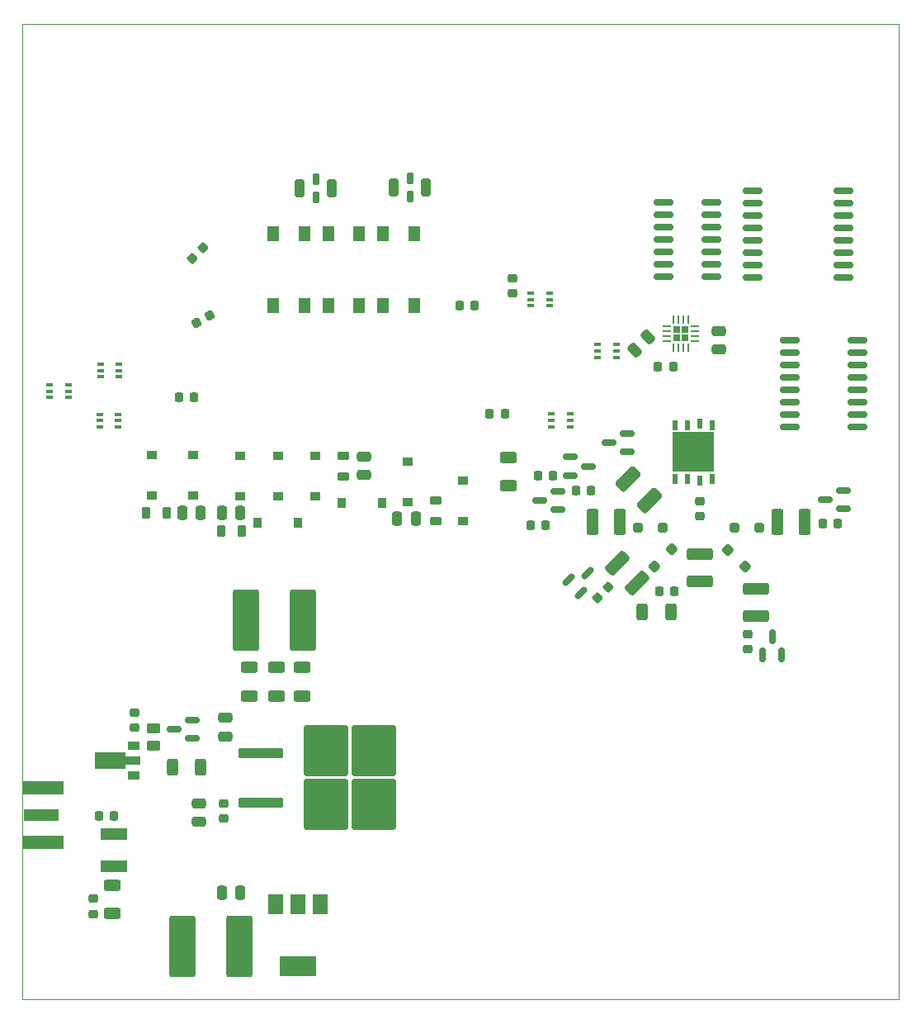
<source format=gbr>
%TF.GenerationSoftware,KiCad,Pcbnew,(7.0.0-0)*%
%TF.CreationDate,2023-05-05T15:08:26+02:00*%
%TF.ProjectId,Filter-forest-v3,46696c74-6572-42d6-966f-726573742d76,rev?*%
%TF.SameCoordinates,Original*%
%TF.FileFunction,Paste,Top*%
%TF.FilePolarity,Positive*%
%FSLAX46Y46*%
G04 Gerber Fmt 4.6, Leading zero omitted, Abs format (unit mm)*
G04 Created by KiCad (PCBNEW (7.0.0-0)) date 2023-05-05 15:08:26*
%MOMM*%
%LPD*%
G01*
G04 APERTURE LIST*
G04 Aperture macros list*
%AMRoundRect*
0 Rectangle with rounded corners*
0 $1 Rounding radius*
0 $2 $3 $4 $5 $6 $7 $8 $9 X,Y pos of 4 corners*
0 Add a 4 corners polygon primitive as box body*
4,1,4,$2,$3,$4,$5,$6,$7,$8,$9,$2,$3,0*
0 Add four circle primitives for the rounded corners*
1,1,$1+$1,$2,$3*
1,1,$1+$1,$4,$5*
1,1,$1+$1,$6,$7*
1,1,$1+$1,$8,$9*
0 Add four rect primitives between the rounded corners*
20,1,$1+$1,$2,$3,$4,$5,0*
20,1,$1+$1,$4,$5,$6,$7,0*
20,1,$1+$1,$6,$7,$8,$9,0*
20,1,$1+$1,$8,$9,$2,$3,0*%
%AMFreePoly0*
4,1,9,3.862500,-0.866500,0.737500,-0.866500,0.737500,-0.450000,-0.737500,-0.450000,-0.737500,0.450000,0.737500,0.450000,0.737500,0.866500,3.862500,0.866500,3.862500,-0.866500,3.862500,-0.866500,$1*%
G04 Aperture macros list end*
%ADD10RoundRect,0.062500X-0.062500X-0.337500X0.062500X-0.337500X0.062500X0.337500X-0.062500X0.337500X0*%
%ADD11RoundRect,0.062500X-0.337500X-0.062500X0.337500X-0.062500X0.337500X0.062500X-0.337500X0.062500X0*%
%ADD12RoundRect,0.185000X-0.185000X-0.185000X0.185000X-0.185000X0.185000X0.185000X-0.185000X0.185000X0*%
%ADD13RoundRect,0.250000X-0.475000X0.250000X-0.475000X-0.250000X0.475000X-0.250000X0.475000X0.250000X0*%
%ADD14RoundRect,0.250000X0.159099X-0.512652X0.512652X-0.159099X-0.159099X0.512652X-0.512652X0.159099X0*%
%ADD15RoundRect,0.225000X-0.225000X-0.250000X0.225000X-0.250000X0.225000X0.250000X-0.225000X0.250000X0*%
%ADD16R,2.700000X1.150000*%
%ADD17RoundRect,0.250000X-0.375000X-1.075000X0.375000X-1.075000X0.375000X1.075000X-0.375000X1.075000X0*%
%ADD18RoundRect,0.250000X-1.025305X-0.494975X-0.494975X-1.025305X1.025305X0.494975X0.494975X1.025305X0*%
%ADD19RoundRect,0.250000X-1.075000X0.375000X-1.075000X-0.375000X1.075000X-0.375000X1.075000X0.375000X0*%
%ADD20RoundRect,0.250000X0.375000X1.075000X-0.375000X1.075000X-0.375000X-1.075000X0.375000X-1.075000X0*%
%ADD21RoundRect,0.250000X1.075000X-0.375000X1.075000X0.375000X-1.075000X0.375000X-1.075000X-0.375000X0*%
%ADD22RoundRect,0.250000X0.250000X0.475000X-0.250000X0.475000X-0.250000X-0.475000X0.250000X-0.475000X0*%
%ADD23RoundRect,0.250000X-0.250000X-0.475000X0.250000X-0.475000X0.250000X0.475000X-0.250000X0.475000X0*%
%ADD24R,0.650000X0.400000*%
%ADD25RoundRect,0.250000X0.625000X-0.312500X0.625000X0.312500X-0.625000X0.312500X-0.625000X-0.312500X0*%
%ADD26RoundRect,0.150000X-0.825000X-0.150000X0.825000X-0.150000X0.825000X0.150000X-0.825000X0.150000X0*%
%ADD27RoundRect,0.249600X-0.270400X-0.650400X0.270400X-0.650400X0.270400X0.650400X-0.270400X0.650400X0*%
%ADD28RoundRect,0.152500X-0.152500X-0.470000X0.152500X-0.470000X0.152500X0.470000X-0.152500X0.470000X0*%
%ADD29RoundRect,0.250000X-0.625000X0.312500X-0.625000X-0.312500X0.625000X-0.312500X0.625000X0.312500X0*%
%ADD30RoundRect,0.150000X0.587500X0.150000X-0.587500X0.150000X-0.587500X-0.150000X0.587500X-0.150000X0*%
%ADD31RoundRect,0.150000X-0.309359X-0.521491X0.521491X0.309359X0.309359X0.521491X-0.521491X-0.309359X0*%
%ADD32RoundRect,0.225000X0.225000X0.250000X-0.225000X0.250000X-0.225000X-0.250000X0.225000X-0.250000X0*%
%ADD33RoundRect,0.225000X0.250000X-0.225000X0.250000X0.225000X-0.250000X0.225000X-0.250000X-0.225000X0*%
%ADD34RoundRect,0.218750X0.218750X0.381250X-0.218750X0.381250X-0.218750X-0.381250X0.218750X-0.381250X0*%
%ADD35RoundRect,0.250000X0.450000X-0.262500X0.450000X0.262500X-0.450000X0.262500X-0.450000X-0.262500X0*%
%ADD36R,1.000000X0.850000*%
%ADD37R,0.850000X1.000000*%
%ADD38RoundRect,0.250000X0.250000X0.250000X-0.250000X0.250000X-0.250000X-0.250000X0.250000X-0.250000X0*%
%ADD39RoundRect,0.225000X-0.250000X0.225000X-0.250000X-0.225000X0.250000X-0.225000X0.250000X0.225000X0*%
%ADD40RoundRect,0.250000X0.475000X-0.250000X0.475000X0.250000X-0.475000X0.250000X-0.475000X-0.250000X0*%
%ADD41RoundRect,0.250000X-2.050000X-0.300000X2.050000X-0.300000X2.050000X0.300000X-2.050000X0.300000X0*%
%ADD42RoundRect,0.250000X-2.025000X-2.375000X2.025000X-2.375000X2.025000X2.375000X-2.025000X2.375000X0*%
%ADD43RoundRect,0.250000X0.312500X0.625000X-0.312500X0.625000X-0.312500X-0.625000X0.312500X-0.625000X0*%
%ADD44RoundRect,0.250000X1.087500X2.900000X-1.087500X2.900000X-1.087500X-2.900000X1.087500X-2.900000X0*%
%ADD45RoundRect,0.250000X0.000000X-0.353553X0.353553X0.000000X0.000000X0.353553X-0.353553X0.000000X0*%
%ADD46RoundRect,0.225000X0.017678X-0.335876X0.335876X-0.017678X-0.017678X0.335876X-0.335876X0.017678X0*%
%ADD47R,0.510000X1.020000*%
%ADD48RoundRect,0.001000X-2.100000X2.010000X-2.100000X-2.010000X2.100000X-2.010000X2.100000X2.010000X0*%
%ADD49RoundRect,0.150000X-0.587500X-0.150000X0.587500X-0.150000X0.587500X0.150000X-0.587500X0.150000X0*%
%ADD50RoundRect,0.218750X0.381250X-0.218750X0.381250X0.218750X-0.381250X0.218750X-0.381250X-0.218750X0*%
%ADD51R,3.600000X1.270000*%
%ADD52R,4.200000X1.350000*%
%ADD53RoundRect,0.250000X-1.069499X-0.486136X-0.486136X-1.069499X1.069499X0.486136X0.486136X1.069499X0*%
%ADD54RoundRect,0.225000X-0.069856X-0.329006X0.319856X-0.104006X0.069856X0.329006X-0.319856X0.104006X0*%
%ADD55R,1.200000X1.600000*%
%ADD56RoundRect,0.250000X-0.250000X-0.250000X0.250000X-0.250000X0.250000X0.250000X-0.250000X0.250000X0*%
%ADD57RoundRect,0.150000X0.150000X-0.587500X0.150000X0.587500X-0.150000X0.587500X-0.150000X-0.587500X0*%
%ADD58RoundRect,0.250000X0.353553X0.000000X0.000000X0.353553X-0.353553X0.000000X0.000000X-0.353553X0*%
%ADD59RoundRect,0.150000X-0.875000X-0.150000X0.875000X-0.150000X0.875000X0.150000X-0.875000X0.150000X0*%
%ADD60RoundRect,0.150000X-0.837500X-0.150000X0.837500X-0.150000X0.837500X0.150000X-0.837500X0.150000X0*%
%ADD61R,1.300000X0.900000*%
%ADD62FreePoly0,180.000000*%
%ADD63R,1.500000X2.000000*%
%ADD64R,3.800000X2.000000*%
%TA.AperFunction,Profile*%
%ADD65C,0.100000*%
%TD*%
G04 APERTURE END LIST*
D10*
%TO.C,U106*%
X143000000Y-60240000D03*
X143500000Y-60240000D03*
X144000000Y-60240000D03*
X144500000Y-60240000D03*
D11*
X145200000Y-60940000D03*
X145200000Y-61440000D03*
X145200000Y-61940000D03*
X145200000Y-62440000D03*
D10*
X144500000Y-63140000D03*
X144000000Y-63140000D03*
X143500000Y-63140000D03*
X143000000Y-63140000D03*
D11*
X142300000Y-62440000D03*
X142300000Y-61940000D03*
X142300000Y-61440000D03*
X142300000Y-60940000D03*
D12*
X143325000Y-61265000D03*
X144175000Y-62115000D03*
X143325000Y-62115000D03*
X144175000Y-61265000D03*
%TD*%
D13*
%TO.C,C119*%
X147640000Y-61440000D03*
X147640000Y-63340000D03*
%TD*%
D14*
%TO.C,C118*%
X139078249Y-63381751D03*
X140421751Y-62038249D03*
%TD*%
D15*
%TO.C,C117*%
X141435000Y-65100000D03*
X142985000Y-65100000D03*
%TD*%
D16*
%TO.C,L111*%
X85579999Y-116349999D03*
X85579999Y-113049999D03*
%TD*%
D17*
%TO.C,L116*%
X134707500Y-81000000D03*
X137507500Y-81000000D03*
%TD*%
D18*
%TO.C,L119*%
X137300051Y-85290051D03*
X139279949Y-87269949D03*
%TD*%
D19*
%TO.C,L105*%
X145710000Y-84317500D03*
X145710000Y-87117500D03*
%TD*%
D20*
%TO.C,L121*%
X156500000Y-81050000D03*
X153700000Y-81050000D03*
%TD*%
D21*
%TO.C,L120*%
X151520000Y-90702500D03*
X151520000Y-87902500D03*
%TD*%
D22*
%TO.C,C109*%
X98580000Y-80100000D03*
X96680000Y-80100000D03*
%TD*%
D23*
%TO.C,C107*%
X92640000Y-80090000D03*
X94540000Y-80090000D03*
%TD*%
D24*
%TO.C,U107*%
X86119999Y-66149999D03*
X86119999Y-65499999D03*
X86119999Y-64849999D03*
X84219999Y-64849999D03*
X84219999Y-65499999D03*
X84219999Y-66149999D03*
%TD*%
D25*
%TO.C,R106*%
X126040000Y-77322500D03*
X126040000Y-74397500D03*
%TD*%
D26*
%TO.C,U105*%
X141975000Y-48280000D03*
X141975000Y-49550000D03*
X141975000Y-50820000D03*
X141975000Y-52090000D03*
X141975000Y-53360000D03*
X141975000Y-54630000D03*
X141975000Y-55900000D03*
X146925000Y-55900000D03*
X146925000Y-54630000D03*
X146925000Y-53360000D03*
X146925000Y-52090000D03*
X146925000Y-50820000D03*
X146925000Y-49550000D03*
X146925000Y-48280000D03*
%TD*%
D27*
%TO.C,FL104*%
X104700000Y-46790000D03*
D28*
X106325000Y-47717500D03*
D27*
X107950000Y-46790000D03*
D28*
X106325000Y-45862500D03*
%TD*%
D29*
%TO.C,R107*%
X104900000Y-95927500D03*
X104900000Y-98852500D03*
%TD*%
D30*
%TO.C,Q108*%
X160477500Y-79680000D03*
X160477500Y-77780000D03*
X158602500Y-78730000D03*
%TD*%
D31*
%TO.C,Q105*%
X132225336Y-86921161D03*
X133568839Y-88264664D03*
X134222913Y-86267087D03*
%TD*%
D32*
%TO.C,C150*%
X130652500Y-76290000D03*
X129102500Y-76290000D03*
%TD*%
D29*
%TO.C,R108*%
X102300000Y-95927500D03*
X102300000Y-98852500D03*
%TD*%
D33*
%TO.C,C137*%
X83500000Y-121215000D03*
X83500000Y-119665000D03*
%TD*%
D34*
%TO.C,L102*%
X98732500Y-81960000D03*
X96607500Y-81960000D03*
%TD*%
D35*
%TO.C,L112*%
X89680000Y-104002500D03*
X89680000Y-102177500D03*
%TD*%
D36*
%TO.C,C102*%
X89509999Y-78344999D03*
X89509999Y-74194999D03*
%TD*%
D22*
%TO.C,C113*%
X116560000Y-80700000D03*
X114660000Y-80700000D03*
%TD*%
D36*
%TO.C,C104*%
X102459999Y-74254999D03*
X102459999Y-78404999D03*
%TD*%
D24*
%TO.C,U115*%
X128389999Y-57569999D03*
X128389999Y-58219999D03*
X128389999Y-58869999D03*
X130289999Y-58869999D03*
X130289999Y-58219999D03*
X130289999Y-57569999D03*
%TD*%
D33*
%TO.C,C153*%
X96837500Y-111445000D03*
X96837500Y-109895000D03*
%TD*%
D37*
%TO.C,C105*%
X113124999Y-79059999D03*
X108974999Y-79059999D03*
%TD*%
D15*
%TO.C,C129*%
X84070000Y-111160000D03*
X85620000Y-111160000D03*
%TD*%
D38*
%TO.C,D109*%
X151780000Y-81620000D03*
X149280000Y-81620000D03*
%TD*%
D29*
%TO.C,R105*%
X99470000Y-95927500D03*
X99470000Y-98852500D03*
%TD*%
D39*
%TO.C,C143*%
X145750000Y-78895000D03*
X145750000Y-80445000D03*
%TD*%
D30*
%TO.C,Q110*%
X138297500Y-73860000D03*
X138297500Y-71960000D03*
X136422500Y-72910000D03*
%TD*%
D29*
%TO.C,R102*%
X85480000Y-118267500D03*
X85480000Y-121192500D03*
%TD*%
D15*
%TO.C,C115*%
X121085000Y-58870000D03*
X122635000Y-58870000D03*
%TD*%
D40*
%TO.C,C111*%
X111290000Y-76220000D03*
X111290000Y-74320000D03*
%TD*%
D41*
%TO.C,U112*%
X100670000Y-104690000D03*
D42*
X107395000Y-104455000D03*
X107395000Y-110005000D03*
X112245000Y-104455000D03*
X112245000Y-110005000D03*
D41*
X100670000Y-109770000D03*
%TD*%
D36*
%TO.C,C106*%
X121459999Y-76744999D03*
X121459999Y-80894999D03*
%TD*%
D22*
%TO.C,C152*%
X98572500Y-119000000D03*
X96672500Y-119000000D03*
%TD*%
D30*
%TO.C,Q102*%
X131147500Y-79760000D03*
X131147500Y-77860000D03*
X129272500Y-78810000D03*
%TD*%
D15*
%TO.C,C131*%
X92275000Y-68250000D03*
X93825000Y-68250000D03*
%TD*%
D27*
%TO.C,FL105*%
X114350000Y-46740000D03*
D28*
X115975000Y-47667500D03*
D27*
X117600000Y-46740000D03*
D28*
X115975000Y-45812500D03*
%TD*%
D33*
%TO.C,C157*%
X150610000Y-94047500D03*
X150610000Y-92497500D03*
%TD*%
D24*
%TO.C,U104*%
X80929999Y-68269999D03*
X80929999Y-67619999D03*
X80929999Y-66969999D03*
X79029999Y-66969999D03*
X79029999Y-67619999D03*
X79029999Y-68269999D03*
%TD*%
D36*
%TO.C,C112*%
X106279999Y-74264999D03*
X106279999Y-78414999D03*
%TD*%
D43*
%TO.C,R104*%
X142732500Y-90240000D03*
X139807500Y-90240000D03*
%TD*%
D24*
%TO.C,U114*%
X135259999Y-62849999D03*
X135259999Y-63499999D03*
X135259999Y-64149999D03*
X137159999Y-64149999D03*
X137159999Y-63499999D03*
X137159999Y-62849999D03*
%TD*%
D44*
%TO.C,C151*%
X98510000Y-124560000D03*
X92635000Y-124560000D03*
%TD*%
%TO.C,C154*%
X104992500Y-91110000D03*
X99117500Y-91110000D03*
%TD*%
D45*
%TO.C,D106*%
X141046117Y-85588883D03*
X142813883Y-83821117D03*
%TD*%
D46*
%TO.C,C149*%
X135251992Y-88838008D03*
X136348008Y-87741992D03*
%TD*%
D47*
%TO.C,U109*%
X146992499Y-71104999D03*
X144452499Y-71104999D03*
X143182499Y-71104999D03*
D48*
X145087500Y-73860000D03*
D47*
X146992499Y-76614999D03*
X144452499Y-76614999D03*
X143182499Y-76614999D03*
X145727499Y-70979999D03*
X145727499Y-76759999D03*
%TD*%
D34*
%TO.C,L101*%
X91012500Y-80050000D03*
X88887500Y-80050000D03*
%TD*%
D32*
%TO.C,C158*%
X159855000Y-81220000D03*
X158305000Y-81220000D03*
%TD*%
D24*
%TO.C,U113*%
X130489999Y-69949999D03*
X130489999Y-70599999D03*
X130489999Y-71249999D03*
X132389999Y-71249999D03*
X132389999Y-70599999D03*
X132389999Y-69949999D03*
%TD*%
D49*
%TO.C,Q104*%
X132410000Y-74370000D03*
X132410000Y-76270000D03*
X134285000Y-75320000D03*
%TD*%
D15*
%TO.C,C144*%
X128355000Y-81320000D03*
X129905000Y-81320000D03*
%TD*%
D50*
%TO.C,L103*%
X109140000Y-76332500D03*
X109140000Y-74207500D03*
%TD*%
D39*
%TO.C,C116*%
X126480000Y-56015000D03*
X126480000Y-57565000D03*
%TD*%
D24*
%TO.C,U108*%
X86059999Y-71269999D03*
X86059999Y-70619999D03*
X86059999Y-69969999D03*
X84159999Y-69969999D03*
X84159999Y-70619999D03*
X84159999Y-71269999D03*
%TD*%
D36*
%TO.C,C103*%
X98599999Y-78374999D03*
X98599999Y-74224999D03*
%TD*%
D51*
%TO.C,J102*%
X78132499Y-111079999D03*
D52*
X78332499Y-108254999D03*
X78332499Y-113904999D03*
%TD*%
D53*
%TO.C,L117*%
X138345146Y-76595146D03*
X140554854Y-78804854D03*
%TD*%
D54*
%TO.C,C133*%
X94098830Y-60637500D03*
X95441170Y-59862500D03*
%TD*%
D55*
%TO.C,FL109*%
X101939999Y-51459999D03*
X101939999Y-51459999D03*
X101939999Y-58859999D03*
X101939999Y-58859999D03*
X116439999Y-58859999D03*
X116439999Y-51459999D03*
X105139999Y-51459999D03*
X105139999Y-58859999D03*
X107589999Y-51459999D03*
X107589999Y-58859999D03*
X110789999Y-51459999D03*
X110789999Y-58859999D03*
X113239999Y-51459999D03*
X113239999Y-58859999D03*
%TD*%
D56*
%TO.C,D104*%
X139390000Y-81605000D03*
X141890000Y-81605000D03*
%TD*%
D40*
%TO.C,C155*%
X94357500Y-111780000D03*
X94357500Y-109880000D03*
%TD*%
%TO.C,C156*%
X97050000Y-103020000D03*
X97050000Y-101120000D03*
%TD*%
D57*
%TO.C,Q107*%
X152190000Y-94682500D03*
X154090000Y-94682500D03*
X153140000Y-92807500D03*
%TD*%
D58*
%TO.C,D107*%
X150343883Y-85623883D03*
X148576117Y-83856117D03*
%TD*%
D33*
%TO.C,C130*%
X87700000Y-102085000D03*
X87700000Y-100535000D03*
%TD*%
D59*
%TO.C,U101*%
X151140000Y-47100000D03*
X151140000Y-48370000D03*
X151140000Y-49640000D03*
X151140000Y-50910000D03*
X151140000Y-52180000D03*
X151140000Y-53450000D03*
X151140000Y-54720000D03*
X151140000Y-55990000D03*
X160440000Y-55990000D03*
X160440000Y-54720000D03*
X160440000Y-53450000D03*
X160440000Y-52180000D03*
X160440000Y-50910000D03*
X160440000Y-49640000D03*
X160440000Y-48370000D03*
X160440000Y-47100000D03*
%TD*%
D60*
%TO.C,U102*%
X154980000Y-62380000D03*
X154980000Y-63650000D03*
X154980000Y-64920000D03*
X154980000Y-66190000D03*
X154980000Y-67460000D03*
X154980000Y-68730000D03*
X154980000Y-70000000D03*
X154980000Y-71270000D03*
X161905000Y-71270000D03*
X161905000Y-70000000D03*
X161905000Y-68730000D03*
X161905000Y-67460000D03*
X161905000Y-66190000D03*
X161905000Y-64920000D03*
X161905000Y-63650000D03*
X161905000Y-62380000D03*
%TD*%
D50*
%TO.C,L104*%
X118620000Y-80912500D03*
X118620000Y-78787500D03*
%TD*%
D37*
%TO.C,C110*%
X100379999Y-81109999D03*
X104529999Y-81109999D03*
%TD*%
D43*
%TO.C,R103*%
X94532500Y-106170000D03*
X91607500Y-106170000D03*
%TD*%
D15*
%TO.C,C101*%
X124165000Y-69950000D03*
X125715000Y-69950000D03*
%TD*%
D61*
%TO.C,U103*%
X87659999Y-106979999D03*
D62*
X87572500Y-105480000D03*
D61*
X87659999Y-103979999D03*
%TD*%
D36*
%TO.C,C108*%
X93729999Y-78344999D03*
X93729999Y-74194999D03*
%TD*%
%TO.C,C114*%
X115749999Y-79014999D03*
X115749999Y-74864999D03*
%TD*%
D30*
%TO.C,Q101*%
X93637500Y-103200000D03*
X93637500Y-101300000D03*
X91762500Y-102250000D03*
%TD*%
D15*
%TO.C,C141*%
X141585000Y-88090000D03*
X143135000Y-88090000D03*
%TD*%
D46*
%TO.C,C138*%
X93651992Y-54028008D03*
X94748008Y-52931992D03*
%TD*%
D15*
%TO.C,C147*%
X133022500Y-77820000D03*
X134572500Y-77820000D03*
%TD*%
D63*
%TO.C,U111*%
X106772499Y-120259999D03*
X104472499Y-120259999D03*
D64*
X104472499Y-126559999D03*
D63*
X102172499Y-120259999D03*
%TD*%
D65*
X76228804Y-30004383D02*
X166158804Y-30004383D01*
X166158804Y-30004383D02*
X166158804Y-129944383D01*
X166158804Y-129944383D02*
X76228804Y-129944383D01*
X76228804Y-129944383D02*
X76228804Y-30004383D01*
M02*

</source>
